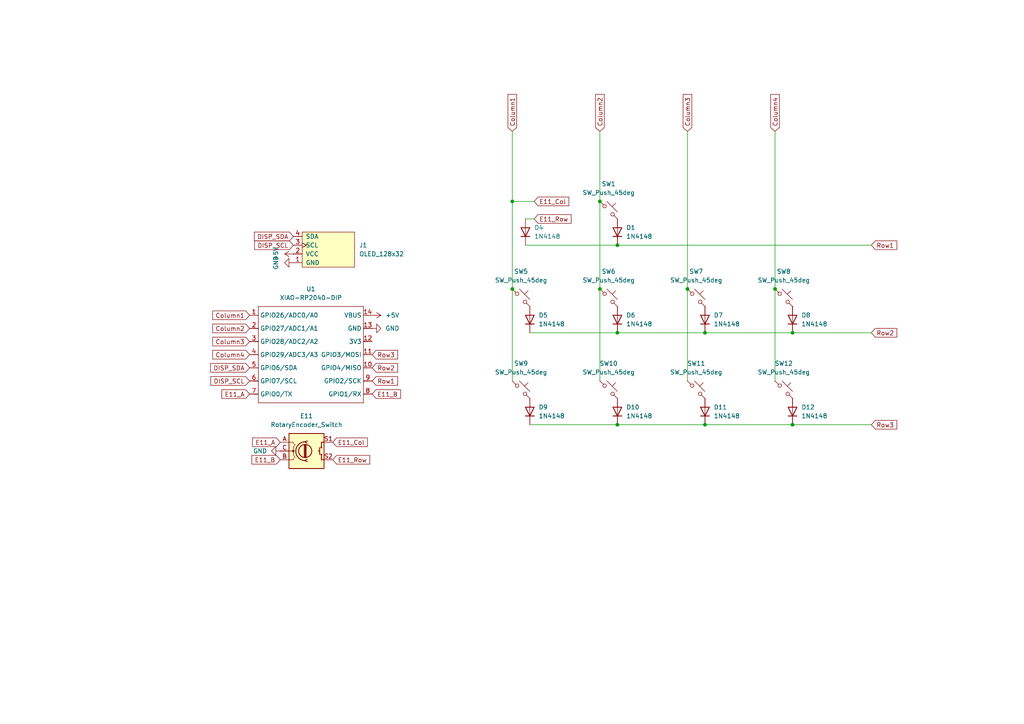
<source format=kicad_sch>
(kicad_sch (version 20231120) (generator "eeschema") (generator_version "8.0")
  (paper "A4")
  (lib_symbols
    (symbol "Device:RotaryEncoder_Switch" (pin_names (offset 0.254) hide)
      (property "Reference" "SW" (at 0 6.604 0))
      (property "Value" "RotaryEncoder_Switch" (at 0 -6.604 0))
      (symbol "RotaryEncoder_Switch_0_1"
        (rectangle (start -5.08 5.08) (end 5.08 -5.08) (stroke (width 0.254)) (fill (type background)))
        (circle (center -3.81 0) (radius 0.254) (fill (type outline)))
        (circle (center -0.381 0) (radius 1.905) (stroke (width 0.254)))
        (arc (start -0.381 2.667) (mid -3.0988 -0.0635) (end -0.381 -2.794) (stroke (width 0.254)))
        (polyline (pts (xy -0.635 -1.778) (xy -0.635 1.778)) (stroke (width 0.254)))
        (polyline (pts (xy -0.381 -1.778) (xy -0.381 1.778)) (stroke (width 0.254)))
        (polyline (pts (xy -0.127 1.778) (xy -0.127 -1.778)) (stroke (width 0.254)))
        (polyline (pts (xy 3.81 0) (xy 3.429 0)) (stroke (width 0.254)))
        (polyline (pts (xy 3.81 1.016) (xy 3.81 -1.016)) (stroke (width 0.254)))
        (polyline (pts (xy -5.08 -2.54) (xy -3.81 -2.54) (xy -3.81 -2.032)))
        (polyline (pts (xy -5.08 2.54) (xy -3.81 2.54) (xy -3.81 2.032)))
        (polyline (pts (xy 0.254 -3.048) (xy -0.508 -2.794) (xy 0.127 -2.413)) (stroke (width 0.254)))
        (polyline (pts (xy 0.254 2.921) (xy -0.508 2.667) (xy 0.127 2.286)) (stroke (width 0.254)))
        (polyline (pts (xy 5.08 -2.54) (xy 4.318 -2.54) (xy 4.318 -1.016)) (stroke (width 0.254)))
        (polyline (pts (xy 5.08 2.54) (xy 4.318 2.54) (xy 4.318 1.016)) (stroke (width 0.254)))
        (polyline (pts (xy -5.08 0) (xy -3.81 0) (xy -3.81 -1.016) (xy -3.302 -2.032)))
        (polyline (pts (xy -4.318 0) (xy -3.81 0) (xy -3.81 1.016) (xy -3.302 2.032)))
        (circle (center 4.318 -1.016) (radius 0.127) (stroke (width 0.254)))
        (circle (center 4.318 1.016) (radius 0.127) (stroke (width 0.254)))
      )
      (symbol "RotaryEncoder_Switch_1_1"
        (pin passive line (at -7.62 2.54 0) (length 2.54) (name "A") (number "A"))
        (pin passive line (at -7.62 -2.54 0) (length 2.54) (name "B") (number "B"))
        (pin passive line (at -7.62 0 0) (length 2.54) (name "C") (number "C"))
        (pin passive line (at 7.62 2.54 180) (length 2.54) (name "S1") (number "S1"))
        (pin passive line (at 7.62 -2.54 180) (length 2.54) (name "S2") (number "S2"))
      )
    )
    (symbol "Diode:1N4148" (pin_numbers hide) (pin_names hide)
      (property "Reference" "D" (at 0 2.54 0))
      (property "Value" "1N4148" (at 0 -2.54 0))
      (symbol "1N4148_0_1"
        (polyline (pts (xy -1.27 1.27) (xy -1.27 -1.27)) (stroke (width 0.254)))
        (polyline (pts (xy 1.27 0) (xy -1.27 0)))
        (polyline (pts (xy 1.27 1.27) (xy 1.27 -1.27) (xy -1.27 0) (xy 1.27 1.27)) (stroke (width 0.254)))
      )
      (symbol "1N4148_1_1"
        (pin passive line (at -3.81 0 0) (length 2.54) (name "K") (number "1"))
        (pin passive line (at 3.81 0 180) (length 2.54) (name "A") (number "2"))
      )
    )
    (symbol "OPL:XIAO-RP2040-DIP"
      (property "Reference" "U" (at 0 0 0))
      (property "Value" "XIAO-RP2040-DIP" (at 5.334 -1.778 0))
      (symbol "XIAO-RP2040-DIP_1_0"
        (polyline (pts (xy -1.27 -30.48) (xy -1.27 -16.51)) (stroke (width 0.1524)))
        (polyline (pts (xy -1.27 -27.94) (xy -2.54 -27.94)) (stroke (width 0.1524)))
        (polyline (pts (xy -1.27 -24.13) (xy -2.54 -24.13)) (stroke (width 0.1524)))
        (polyline (pts (xy -1.27 -20.32) (xy -2.54 -20.32)) (stroke (width 0.1524)))
        (polyline (pts (xy -1.27 -16.51) (xy -2.54 -16.51)) (stroke (width 0.1524)))
        (polyline (pts (xy -1.27 -16.51) (xy -1.27 -12.7)) (stroke (width 0.1524)))
        (polyline (pts (xy -1.27 -12.7) (xy -2.54 -12.7)) (stroke (width 0.1524)))
        (polyline (pts (xy -1.27 -12.7) (xy -1.27 -8.89)) (stroke (width 0.1524)))
        (polyline (pts (xy -1.27 -8.89) (xy -2.54 -8.89)) (stroke (width 0.1524)))
        (polyline (pts (xy -1.27 -8.89) (xy -1.27 -5.08)) (stroke (width 0.1524)))
        (polyline (pts (xy -1.27 -5.08) (xy -2.54 -5.08)) (stroke (width 0.1524)))
        (polyline (pts (xy -1.27 -5.08) (xy -1.27 -2.54)) (stroke (width 0.1524)))
        (polyline (pts (xy -1.27 -2.54) (xy 29.21 -2.54)) (stroke (width 0.1524)))
        (polyline (pts (xy 29.21 -30.48) (xy -1.27 -30.48)) (stroke (width 0.1524)))
        (polyline (pts (xy 29.21 -12.7) (xy 29.21 -30.48)) (stroke (width 0.1524)))
        (polyline (pts (xy 29.21 -8.89) (xy 29.21 -12.7)) (stroke (width 0.1524)))
        (polyline (pts (xy 29.21 -5.08) (xy 29.21 -8.89)) (stroke (width 0.1524)))
        (polyline (pts (xy 29.21 -2.54) (xy 29.21 -5.08)) (stroke (width 0.1524)))
        (polyline (pts (xy 30.48 -27.94) (xy 29.21 -27.94)) (stroke (width 0.1524)))
        (polyline (pts (xy 30.48 -24.13) (xy 29.21 -24.13)) (stroke (width 0.1524)))
        (polyline (pts (xy 30.48 -20.32) (xy 29.21 -20.32)) (stroke (width 0.1524)))
        (polyline (pts (xy 30.48 -16.51) (xy 29.21 -16.51)) (stroke (width 0.1524)))
        (polyline (pts (xy 30.48 -12.7) (xy 29.21 -12.7)) (stroke (width 0.1524)))
        (polyline (pts (xy 30.48 -8.89) (xy 29.21 -8.89)) (stroke (width 0.1524)))
        (polyline (pts (xy 30.48 -5.08) (xy 29.21 -5.08)) (stroke (width 0.1524)))
        (pin passive line (at -3.81 -5.08 0) (length 2.54) (name "GPIO26/ADC0/A0") (number "1"))
        (pin passive line (at 31.75 -20.32 180) (length 2.54) (name "GPIO4/MISO") (number "10"))
        (pin passive line (at 31.75 -16.51 180) (length 2.54) (name "GPIO3/MOSI") (number "11"))
        (pin passive line (at 31.75 -12.7 180) (length 2.54) (name "3V3") (number "12"))
        (pin passive line (at 31.75 -8.89 180) (length 2.54) (name "GND") (number "13"))
        (pin passive line (at 31.75 -5.08 180) (length 2.54) (name "VBUS") (number "14"))
        (pin passive line (at -3.81 -8.89 0) (length 2.54) (name "GPIO27/ADC1/A1") (number "2"))
        (pin passive line (at -3.81 -12.7 0) (length 2.54) (name "GPIO28/ADC2/A2") (number "3"))
        (pin passive line (at -3.81 -16.51 0) (length 2.54) (name "GPIO29/ADC3/A3") (number "4"))
        (pin passive line (at -3.81 -20.32 0) (length 2.54) (name "GPIO6/SDA") (number "5"))
        (pin passive line (at -3.81 -24.13 0) (length 2.54) (name "GPIO7/SCL") (number "6"))
        (pin passive line (at -3.81 -27.94 0) (length 2.54) (name "GPIO0/TX") (number "7"))
        (pin passive line (at 31.75 -27.94 180) (length 2.54) (name "GPIO1/RX") (number "8"))
        (pin passive line (at 31.75 -24.13 180) (length 2.54) (name "GPIO2/SCK") (number "9"))
      )
    )
    (symbol "ScottoKeebs:OLED_128x32" (pin_names (offset 1.016))
      (property "Reference" "J" (at 0 -6.35 0))
      (property "Value" "OLED_128x32" (at 0 6.35 0))
      (symbol "OLED_128x32_0_1"
        (rectangle (start 0 5.08) (end 15.24 -5.08) (fill (type background)))
      )
      (symbol "OLED_128x32_1_1"
        (pin power_in line (at -2.54 -3.81 0) (length 2.54) (name "GND") (number "1"))
        (pin power_in line (at -2.54 -1.27 0) (length 2.54) (name "VCC") (number "2"))
        (pin input clock (at -2.54 1.27 0) (length 2.54) (name "SCL") (number "3"))
        (pin bidirectional line (at -2.54 3.81 0) (length 2.54) (name "SDA") (number "4"))
      )
    )
    (symbol "Switch:SW_Push_45deg" (pin_numbers hide) (pin_names (offset 1.016) hide)
      (property "Reference" "SW" (at 3.048 1.016 0))
      (property "Value" "SW_Push_45deg" (at 0 -3.81 0))
      (symbol "SW_Push_45deg_0_1"
        (circle (center -1.1684 1.1684) (radius 0.508))
        (polyline (pts (xy -0.508 2.54) (xy 2.54 -0.508)))
        (polyline (pts (xy 1.016 1.016) (xy 2.032 2.032)))
        (polyline (pts (xy -2.54 2.54) (xy -1.524 1.524) (xy -1.524 1.524)))
        (polyline (pts (xy 1.524 -1.524) (xy 2.54 -2.54) (xy 2.54 -2.54) (xy 2.54 -2.54)))
        (circle (center 1.143 -1.1938) (radius 0.508))
        (pin passive line (at -2.54 2.54 0) (length 0) (name "1") (number "1"))
        (pin passive line (at 2.54 -2.54 180) (length 0) (name "2") (number "2"))
      )
    )
    (symbol "power:+5V" (power) (pin_numbers hide) (pin_names (offset 0) hide)
      (property "Value" "+5V" (at 0 3.556 0))
      (symbol "+5V_0_1"
        (polyline (pts (xy -0.762 1.27) (xy 0 2.54)))
        (polyline (pts (xy 0 0) (xy 0 2.54)))
        (polyline (pts (xy 0 2.54) (xy 0.762 1.27)))
      )
      (symbol "+5V_1_1"
        (pin power_in line (at 0 0 90) (length 0) (name "~") (number "1"))
      )
    )
    (symbol "power:GND" (power) (pin_numbers hide) (pin_names (offset 0) hide)
      (property "Value" "GND" (at 0 -3.81 0))
      (symbol "GND_0_1"
        (polyline (pts (xy 0 0) (xy 0 -1.27) (xy 1.27 -1.27) (xy 0 -2.54) (xy -1.27 -1.27) (xy 0 -1.27)))
      )
      (symbol "GND_1_1"
        (pin power_in line (at 0 0 270) (length 0) (name "~") (number "1"))
      )
    )
  )
  (junction (at 179.07 96.52))
  (junction (at 204.47 96.52))
  (junction (at 148.59 58.42))
  (junction (at 148.59 83.82))
  (junction (at 224.79 83.82))
  (junction (at 179.07 123.19))
  (junction (at 204.47 123.19))
  (junction (at 173.99 58.42))
  (junction (at 199.39 83.82))
  (junction (at 179.07 71.12))
  (junction (at 229.87 96.52))
  (junction (at 229.87 123.19))
  (junction (at 173.99 83.82))
  (wire (pts (xy 148.59 38.1) (xy 148.59 58.42)))
  (wire (pts (xy 173.99 83.82) (xy 173.99 110.49)))
  (wire (pts (xy 152.4 63.5) (xy 154.94 63.5)))
  (wire (pts (xy 179.07 71.12) (xy 152.4 71.12)))
  (wire (pts (xy 229.87 123.19) (xy 252.73 123.19)))
  (wire (pts (xy 148.59 58.42) (xy 148.59 83.82)))
  (wire (pts (xy 153.67 96.52) (xy 179.07 96.52)))
  (wire (pts (xy 173.99 38.1) (xy 173.99 58.42)))
  (wire (pts (xy 199.39 83.82) (xy 199.39 110.49)))
  (wire (pts (xy 229.87 96.52) (xy 252.73 96.52)))
  (wire (pts (xy 204.47 96.52) (xy 229.87 96.52)))
  (wire (pts (xy 179.07 71.12) (xy 252.73 71.12)))
  (wire (pts (xy 148.59 83.82) (xy 148.59 110.49)))
  (wire (pts (xy 224.79 83.82) (xy 224.79 110.49)))
  (wire (pts (xy 204.47 123.19) (xy 229.87 123.19)))
  (wire (pts (xy 199.39 38.1) (xy 199.39 83.82)))
  (wire (pts (xy 154.94 58.42) (xy 148.59 58.42)))
  (wire (pts (xy 179.07 123.19) (xy 204.47 123.19)))
  (wire (pts (xy 224.79 38.1) (xy 224.79 83.82)))
  (wire (pts (xy 173.99 58.42) (xy 173.99 83.82)))
  (wire (pts (xy 179.07 96.52) (xy 204.47 96.52)))
  (wire (pts (xy 153.67 123.19) (xy 179.07 123.19)))
  (global_label "Row3" (shape input) (at 107.95 102.87 0) (property "Intersheetrefs" "${INTERSHEET_REFS}" (effects (hide yes))))
  (global_label "Column1" (shape input) (at 72.39 91.44 180) (property "Intersheetrefs" "${INTERSHEET_REFS}" (effects (hide yes))))
  (global_label "Row1" (shape input) (at 252.73 71.12 0) (property "Intersheetrefs" "${INTERSHEET_REFS}" (effects (hide yes))))
  (global_label "Column2" (shape input) (at 173.99 38.1 90) (property "Intersheetrefs" "${INTERSHEET_REFS}" (effects (hide yes))))
  (global_label "Column2" (shape input) (at 72.39 95.25 180) (property "Intersheetrefs" "${INTERSHEET_REFS}" (effects (hide yes))))
  (global_label "E11_Col" (shape input) (at 154.94 58.42 0) (property "Intersheetrefs" "${INTERSHEET_REFS}" (effects (hide yes))))
  (global_label "E11_Row" (shape input) (at 96.52 133.35 0) (property "Intersheetrefs" "${INTERSHEET_REFS}" (effects (hide yes))))
  (global_label "Row2" (shape input) (at 252.73 96.52 0) (property "Intersheetrefs" "${INTERSHEET_REFS}" (effects (hide yes))))
  (global_label "E11_B" (shape input) (at 81.28 133.35 180) (property "Intersheetrefs" "${INTERSHEET_REFS}" (effects (hide yes))))
  (global_label "DISP_SDA" (shape input) (at 72.39 106.68 180) (property "Intersheetrefs" "${INTERSHEET_REFS}" (effects (hide yes))))
  (global_label "Row3" (shape input) (at 252.73 123.19 0) (property "Intersheetrefs" "${INTERSHEET_REFS}" (effects (hide yes))))
  (global_label "DISP_SCL" (shape input) (at 85.09 71.12 180) (property "Intersheetrefs" "${INTERSHEET_REFS}" (effects (hide yes))))
  (global_label "E11_B" (shape input) (at 107.95 114.3 0) (property "Intersheetrefs" "${INTERSHEET_REFS}" (effects (hide yes))))
  (global_label "E11_Col" (shape input) (at 96.52 128.27 0) (property "Intersheetrefs" "${INTERSHEET_REFS}" (effects (hide yes))))
  (global_label "Row1" (shape input) (at 107.95 110.49 0) (property "Intersheetrefs" "${INTERSHEET_REFS}" (effects (hide yes))))
  (global_label "Column4" (shape input) (at 224.79 38.1 90) (property "Intersheetrefs" "${INTERSHEET_REFS}" (effects (hide yes))))
  (global_label "Column3" (shape input) (at 199.39 38.1 90) (property "Intersheetrefs" "${INTERSHEET_REFS}" (effects (hide yes))))
  (global_label "Row2" (shape input) (at 107.95 106.68 0) (property "Intersheetrefs" "${INTERSHEET_REFS}" (effects (hide yes))))
  (global_label "Column4" (shape input) (at 72.39 102.87 180) (property "Intersheetrefs" "${INTERSHEET_REFS}" (effects (hide yes))))
  (global_label "DISP_SDA" (shape input) (at 85.09 68.58 180) (property "Intersheetrefs" "${INTERSHEET_REFS}" (effects (hide yes))))
  (global_label "E11_A" (shape input) (at 72.39 114.3 180) (property "Intersheetrefs" "${INTERSHEET_REFS}" (effects (hide yes))))
  (global_label "Column1" (shape input) (at 148.59 38.1 90) (property "Intersheetrefs" "${INTERSHEET_REFS}" (effects (hide yes))))
  (global_label "DISP_SCL" (shape input) (at 72.39 110.49 180) (property "Intersheetrefs" "${INTERSHEET_REFS}" (effects (hide yes))))
  (global_label "E11_Row" (shape input) (at 154.94 63.5 0) (property "Intersheetrefs" "${INTERSHEET_REFS}" (effects (hide yes))))
  (global_label "Column3" (shape input) (at 72.39 99.06 180) (property "Intersheetrefs" "${INTERSHEET_REFS}" (effects (hide yes))))
  (global_label "E11_A" (shape input) (at 81.28 128.27 180) (property "Intersheetrefs" "${INTERSHEET_REFS}" (effects (hide yes))))
  (symbol (lib_id "Diode:1N4148") (at 179.07 92.71 90) (unit 1)
    (property "Reference" "D6" (at 181.61 91.4399 90) (effects (justify right)))
    (property "Value" "1N4148" (at 181.61 93.9799 90) (effects (justify right)))
    (property "Footprint" "ScottoKeebs_Components:Diode_DO-35" (effects (hide yes)))
    (property "Datasheet" "https://assets.nexperia.com/documents/data-sheet/1N4148_1N4448.pdf" (effects (hide yes)))
    (property "Description" "100V 0.15A standard switching diode, DO-35" (effects (hide yes)))
    (property "Sim.Device" "D" (effects (hide yes)))
    (property "Sim.Pins" "1=K 2=A" (effects (hide yes)))
  )
  (symbol (lib_id "Switch:SW_Push_45deg") (at 176.53 86.36 0) (unit 1)
    (property "Reference" "SW6" (at 176.53 78.74 0))
    (property "Value" "SW_Push_45deg" (at 176.53 81.28 0))
    (property "Footprint" "ScottoKeebs_MX:MX_PCB_1.00u" (effects (hide yes)))
    (property "Description" "Push button switch, normally open, two pins, 45° tilted" (effects (hide yes)))
  )
  (symbol (lib_id "Switch:SW_Push_45deg") (at 201.93 86.36 0) (unit 1)
    (property "Reference" "SW7" (at 201.93 78.74 0))
    (property "Value" "SW_Push_45deg" (at 201.93 81.28 0))
    (property "Footprint" "ScottoKeebs_MX:MX_PCB_1.00u" (effects (hide yes)))
    (property "Description" "Push button switch, normally open, two pins, 45° tilted" (effects (hide yes)))
  )
  (symbol (lib_id "power:GND") (at 81.28 130.81 270) (unit 1)
    (property "Reference" "#PWR05" (effects (hide yes)))
    (property "Value" "GND" (at 77.47 130.8099 90) (effects (justify right)))
    (property "Description" "Power symbol creates a global label with name \"GND\" , ground" (effects (hide yes)))
  )
  (symbol (lib_id "Diode:1N4148") (at 204.47 119.38 90) (unit 1)
    (property "Reference" "D11" (at 207.01 118.1099 90) (effects (justify right)))
    (property "Value" "1N4148" (at 207.01 120.6499 90) (effects (justify right)))
    (property "Footprint" "ScottoKeebs_Components:Diode_DO-35" (effects (hide yes)))
    (property "Datasheet" "https://assets.nexperia.com/documents/data-sheet/1N4148_1N4448.pdf" (effects (hide yes)))
    (property "Description" "100V 0.15A standard switching diode, DO-35" (effects (hide yes)))
    (property "Sim.Device" "D" (effects (hide yes)))
    (property "Sim.Pins" "1=K 2=A" (effects (hide yes)))
  )
  (symbol (lib_id "Diode:1N4148") (at 153.67 119.38 90) (unit 1)
    (property "Reference" "D9" (at 156.21 118.1099 90) (effects (justify right)))
    (property "Value" "1N4148" (at 156.21 120.6499 90) (effects (justify right)))
    (property "Footprint" "ScottoKeebs_Components:Diode_DO-35" (effects (hide yes)))
    (property "Datasheet" "https://assets.nexperia.com/documents/data-sheet/1N4148_1N4448.pdf" (effects (hide yes)))
    (property "Description" "100V 0.15A standard switching diode, DO-35" (effects (hide yes)))
    (property "Sim.Device" "D" (effects (hide yes)))
    (property "Sim.Pins" "1=K 2=A" (effects (hide yes)))
  )
  (symbol (lib_id "Diode:1N4148") (at 179.07 67.31 90) (unit 1)
    (property "Reference" "D1" (at 181.61 66.0399 90) (effects (justify right)))
    (property "Value" "1N4148" (at 181.61 68.5799 90) (effects (justify right)))
    (property "Footprint" "ScottoKeebs_Components:Diode_DO-35" (effects (hide yes)))
    (property "Datasheet" "https://assets.nexperia.com/documents/data-sheet/1N4148_1N4448.pdf" (effects (hide yes)))
    (property "Description" "100V 0.15A standard switching diode, DO-35" (effects (hide yes)))
    (property "Sim.Device" "D" (effects (hide yes)))
    (property "Sim.Pins" "1=K 2=A" (effects (hide yes)))
  )
  (symbol (lib_id "Diode:1N4148") (at 229.87 119.38 90) (unit 1)
    (property "Reference" "D12" (at 232.41 118.1099 90) (effects (justify right)))
    (property "Value" "1N4148" (at 232.41 120.6499 90) (effects (justify right)))
    (property "Footprint" "ScottoKeebs_Components:Diode_DO-35" (effects (hide yes)))
    (property "Datasheet" "https://assets.nexperia.com/documents/data-sheet/1N4148_1N4448.pdf" (effects (hide yes)))
    (property "Description" "100V 0.15A standard switching diode, DO-35" (effects (hide yes)))
    (property "Sim.Device" "D" (effects (hide yes)))
    (property "Sim.Pins" "1=K 2=A" (effects (hide yes)))
  )
  (symbol (lib_id "Diode:1N4148") (at 229.87 92.71 90) (unit 1)
    (property "Reference" "D8" (at 232.41 91.4399 90) (effects (justify right)))
    (property "Value" "1N4148" (at 232.41 93.9799 90) (effects (justify right)))
    (property "Footprint" "ScottoKeebs_Components:Diode_DO-35" (effects (hide yes)))
    (property "Datasheet" "https://assets.nexperia.com/documents/data-sheet/1N4148_1N4448.pdf" (effects (hide yes)))
    (property "Description" "100V 0.15A standard switching diode, DO-35" (effects (hide yes)))
    (property "Sim.Device" "D" (effects (hide yes)))
    (property "Sim.Pins" "1=K 2=A" (effects (hide yes)))
  )
  (symbol (lib_id "power:+5V") (at 107.95 91.44 270) (unit 1)
    (property "Reference" "#PWR03" (effects (hide yes)))
    (property "Value" "+5V" (at 111.76 91.4399 90) (effects (justify left)))
    (property "Description" "Power symbol creates a global label with name \"+5V\"" (effects (hide yes)))
  )
  (symbol (lib_id "OPL:XIAO-RP2040-DIP") (at 76.2 86.36 0) (unit 1)
    (property "Reference" "U1" (at 90.17 83.82 0))
    (property "Value" "XIAO-RP2040-DIP" (at 90.17 86.36 0))
    (property "Footprint" "OPL:XIAO-RP2040-DIP" (effects (hide yes)))
  )
  (symbol (lib_id "Switch:SW_Push_45deg") (at 227.33 86.36 0) (unit 1)
    (property "Reference" "SW8" (at 227.33 78.74 0))
    (property "Value" "SW_Push_45deg" (at 227.33 81.28 0))
    (property "Footprint" "ScottoKeebs_MX:MX_PCB_1.00u" (effects (hide yes)))
    (property "Description" "Push button switch, normally open, two pins, 45° tilted" (effects (hide yes)))
  )
  (symbol (lib_id "power:+5V") (at 85.09 73.66 90) (unit 1)
    (property "Reference" "#PWR02" (effects (hide yes)))
    (property "Value" "+5V" (at 80.01 73.66 0))
    (property "Description" "Power symbol creates a global label with name \"+5V\"" (effects (hide yes)))
  )
  (symbol (lib_id "Switch:SW_Push_45deg") (at 176.53 60.96 0) (unit 1)
    (property "Reference" "SW1" (at 176.53 53.34 0))
    (property "Value" "SW_Push_45deg" (at 176.53 55.88 0))
    (property "Footprint" "ScottoKeebs_MX:MX_PCB_1.00u" (effects (hide yes)))
    (property "Description" "Push button switch, normally open, two pins, 45° tilted" (effects (hide yes)))
  )
  (symbol (lib_id "Device:RotaryEncoder_Switch") (at 88.9 130.81 0) (unit 1)
    (property "Reference" "E11" (at 88.9 120.65 0))
    (property "Value" "RotaryEncoder_Switch" (at 88.9 123.19 0))
    (property "Footprint" "Rotary_Encoder:RotaryEncoder_Alps_EC11E-Switch_Vertical_H20mm" (effects (hide yes)))
    (property "Description" "Rotary encoder, dual channel, incremental quadrate outputs, with switch" (effects (hide yes)))
  )
  (symbol (lib_id "power:GND") (at 107.95 95.25 90) (unit 1)
    (property "Reference" "#PWR01" (effects (hide yes)))
    (property "Value" "GND" (at 111.76 95.2499 90) (effects (justify right)))
    (property "Description" "Power symbol creates a global label with name \"GND\" , ground" (effects (hide yes)))
  )
  (symbol (lib_id "Switch:SW_Push_45deg") (at 176.53 113.03 0) (unit 1)
    (property "Reference" "SW10" (at 176.53 105.41 0))
    (property "Value" "SW_Push_45deg" (at 176.53 107.95 0))
    (property "Footprint" "ScottoKeebs_MX:MX_PCB_1.00u" (effects (hide yes)))
    (property "Description" "Push button switch, normally open, two pins, 45° tilted" (effects (hide yes)))
  )
  (symbol (lib_id "Switch:SW_Push_45deg") (at 227.33 113.03 0) (unit 1)
    (property "Reference" "SW12" (at 227.33 105.41 0))
    (property "Value" "SW_Push_45deg" (at 227.33 107.95 0))
    (property "Footprint" "ScottoKeebs_MX:MX_PCB_1.00u" (effects (hide yes)))
    (property "Description" "Push button switch, normally open, two pins, 45° tilted" (effects (hide yes)))
  )
  (symbol (lib_id "Switch:SW_Push_45deg") (at 201.93 113.03 0) (unit 1)
    (property "Reference" "SW11" (at 201.93 105.41 0))
    (property "Value" "SW_Push_45deg" (at 201.93 107.95 0))
    (property "Footprint" "ScottoKeebs_MX:MX_PCB_1.00u" (effects (hide yes)))
    (property "Description" "Push button switch, normally open, two pins, 45° tilted" (effects (hide yes)))
  )
  (symbol (lib_id "Switch:SW_Push_45deg") (at 151.13 113.03 0) (unit 1)
    (property "Reference" "SW9" (at 151.13 105.41 0))
    (property "Value" "SW_Push_45deg" (at 151.13 107.95 0))
    (property "Footprint" "ScottoKeebs_MX:MX_PCB_1.00u" (effects (hide yes)))
    (property "Description" "Push button switch, normally open, two pins, 45° tilted" (effects (hide yes)))
  )
  (symbol (lib_id "Diode:1N4148") (at 152.4 67.31 90) (unit 1)
    (property "Reference" "D4" (at 154.94 66.0399 90) (effects (justify right)))
    (property "Value" "1N4148" (at 154.94 68.5799 90) (effects (justify right)))
    (property "Footprint" "ScottoKeebs_Components:Diode_DO-35" (effects (hide yes)))
    (property "Datasheet" "https://assets.nexperia.com/documents/data-sheet/1N4148_1N4448.pdf" (effects (hide yes)))
    (property "Description" "100V 0.15A standard switching diode, DO-35" (effects (hide yes)))
    (property "Sim.Device" "D" (effects (hide yes)))
    (property "Sim.Pins" "1=K 2=A" (effects (hide yes)))
  )
  (symbol (lib_id "ScottoKeebs:OLED_128x32") (at 87.63 72.39 0) (unit 1)
    (property "Reference" "J1" (at 104.14 71.1199 0) (effects (justify left)))
    (property "Value" "OLED_128x32" (at 104.14 73.6599 0) (effects (justify left)))
    (property "Footprint" "ScottoKeebs_Components:OLED_128x32" (effects (hide yes)))
  )
  (symbol (lib_id "Diode:1N4148") (at 179.07 119.38 90) (unit 1)
    (property "Reference" "D10" (at 181.61 118.1099 90) (effects (justify right)))
    (property "Value" "1N4148" (at 181.61 120.6499 90) (effects (justify right)))
    (property "Footprint" "ScottoKeebs_Components:Diode_DO-35" (effects (hide yes)))
    (property "Datasheet" "https://assets.nexperia.com/documents/data-sheet/1N4148_1N4448.pdf" (effects (hide yes)))
    (property "Description" "100V 0.15A standard switching diode, DO-35" (effects (hide yes)))
    (property "Sim.Device" "D" (effects (hide yes)))
    (property "Sim.Pins" "1=K 2=A" (effects (hide yes)))
  )
  (symbol (lib_id "Diode:1N4148") (at 153.67 92.71 90) (unit 1)
    (property "Reference" "D5" (at 156.21 91.4399 90) (effects (justify right)))
    (property "Value" "1N4148" (at 156.21 93.9799 90) (effects (justify right)))
    (property "Footprint" "ScottoKeebs_Components:Diode_DO-35" (effects (hide yes)))
    (property "Datasheet" "https://assets.nexperia.com/documents/data-sheet/1N4148_1N4448.pdf" (effects (hide yes)))
    (property "Description" "100V 0.15A standard switching diode, DO-35" (effects (hide yes)))
    (property "Sim.Device" "D" (effects (hide yes)))
    (property "Sim.Pins" "1=K 2=A" (effects (hide yes)))
  )
  (symbol (lib_id "Diode:1N4148") (at 204.47 92.71 90) (unit 1)
    (property "Reference" "D7" (at 207.01 91.4399 90) (effects (justify right)))
    (property "Value" "1N4148" (at 207.01 93.9799 90) (effects (justify right)))
    (property "Footprint" "ScottoKeebs_Components:Diode_DO-35" (effects (hide yes)))
    (property "Datasheet" "https://assets.nexperia.com/documents/data-sheet/1N4148_1N4448.pdf" (effects (hide yes)))
    (property "Description" "100V 0.15A standard switching diode, DO-35" (effects (hide yes)))
    (property "Sim.Device" "D" (effects (hide yes)))
    (property "Sim.Pins" "1=K 2=A" (effects (hide yes)))
  )
  (symbol (lib_id "Switch:SW_Push_45deg") (at 151.13 86.36 0) (unit 1)
    (property "Reference" "SW5" (at 151.13 78.74 0))
    (property "Value" "SW_Push_45deg" (at 151.13 81.28 0))
    (property "Footprint" "ScottoKeebs_MX:MX_PCB_1.00u" (effects (hide yes)))
    (property "Description" "Push button switch, normally open, two pins, 45° tilted" (effects (hide yes)))
  )
  (symbol (lib_id "power:GND") (at 85.09 76.2 270) (unit 1)
    (property "Reference" "#PWR04" (effects (hide yes)))
    (property "Value" "GND" (at 80.01 76.2 0))
    (property "Description" "Power symbol creates a global label with name \"GND\" , ground" (effects (hide yes)))
  )
)
</source>
